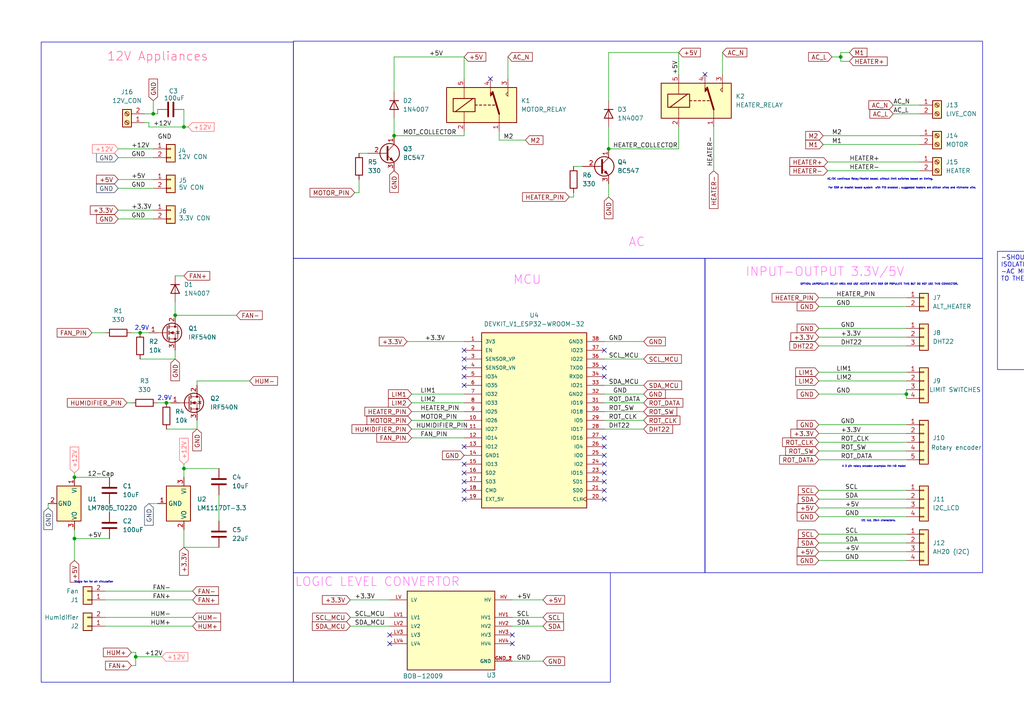
<source format=kicad_sch>
(kicad_sch (version 20231120) (generator "eeschema") (generator_version "8.0")
  (paper "A4")
  (title_block (date "2024-07-03"))
  (lib_symbols
    (symbol "BOB-12009:BOB-12009" (pin_names (offset 1.016))
      (property "Reference" "U" (at -12.7 11.43 0))
      (property "Value" "BOB-12009" (at -12.7 -15.24 0))
      (symbol "BOB-12009_0_0"
        (pin power_in line (at 17.78 -10.16 180) (length 5.08) (name "GND") (number "GND_1"))
        (pin power_in line (at 17.78 -10.16 180) (length 5.08) (name "GND") (number "GND_2"))
        (pin bidirectional line (at 17.78 7.62 180) (length 5.08) (name "HV") (number "HV"))
        (pin bidirectional line (at 17.78 2.54 180) (length 5.08) (name "HV1") (number "HV1"))
        (pin bidirectional line (at 17.78 0 180) (length 5.08) (name "HV2") (number "HV2"))
        (pin bidirectional line (at 17.78 -2.54 180) (length 5.08) (name "HV3") (number "HV3"))
        (pin bidirectional line (at 17.78 -5.08 180) (length 5.08) (name "HV4") (number "HV4"))
        (pin bidirectional line (at -17.78 7.62 0) (length 5.08) (name "LV") (number "LV"))
        (pin bidirectional line (at -17.78 2.54 0) (length 5.08) (name "LV1") (number "LV1"))
        (pin bidirectional line (at -17.78 0 0) (length 5.08) (name "LV2") (number "LV2"))
        (pin bidirectional line (at -17.78 -2.54 0) (length 5.08) (name "LV3") (number "LV3"))
        (pin bidirectional line (at -17.78 -5.08 0) (length 5.08) (name "LV4") (number "LV4"))
      )
    )
    (symbol "Connector:Screw_Terminal_01x02" (pin_names (offset 1.016) hide)
      (property "Reference" "J" (at 0 2.54 0))
      (property "Value" "Screw_Terminal_01x02" (at 0 -5.08 0))
      (symbol "Screw_Terminal_01x02_1_1"
        (pin passive line (at -5.08 0 0) (length 3.81) (name "Pin_1") (number "1"))
        (pin passive line (at -5.08 -2.54 0) (length 3.81) (name "Pin_2") (number "2"))
      )
    )
    (symbol "Connector_Generic:Conn_01x02" (pin_names (offset 1.016) hide)
      (property "Reference" "J" (at 0 2.54 0))
      (property "Value" "Conn_01x02" (at 0 -5.08 0))
      (symbol "Conn_01x02_1_1"
        (pin passive line (at -5.08 0 0) (length 3.81) (name "Pin_1") (number "1"))
        (pin passive line (at -5.08 -2.54 0) (length 3.81) (name "Pin_2") (number "2"))
      )
    )
    (symbol "Connector_Generic:Conn_01x03" (pin_names (offset 1.016) hide)
      (property "Reference" "J" (at 0 5.08 0))
      (property "Value" "Conn_01x03" (at 0 -5.08 0))
      (symbol "Conn_01x03_1_1"
        (pin passive line (at -5.08 2.54 0) (length 3.81) (name "Pin_1") (number "1"))
        (pin passive line (at -5.08 0 0) (length 3.81) (name "Pin_2") (number "2"))
        (pin passive line (at -5.08 -2.54 0) (length 3.81) (name "Pin_3") (number "3"))
      )
    )
    (symbol "Connector_Generic:Conn_01x04" (pin_names (offset 1.016) hide)
      (property "Reference" "J" (at 0 5.08 0))
      (property "Value" "Conn_01x04" (at 0 -7.62 0))
      (symbol "Conn_01x04_1_1"
        (pin passive line (at -5.08 2.54 0) (length 3.81) (name "Pin_1") (number "1"))
        (pin passive line (at -5.08 0 0) (length 3.81) (name "Pin_2") (number "2"))
        (pin passive line (at -5.08 -2.54 0) (length 3.81) (name "Pin_3") (number "3"))
        (pin passive line (at -5.08 -5.08 0) (length 3.81) (name "Pin_4") (number "4"))
      )
    )
    (symbol "Connector_Generic:Conn_01x05" (pin_names (offset 1.016) hide)
      (property "Reference" "J8" (at 2.54 1.2701 0))
      (property "Value" "Conn_01x05" (at 2.54 -1.2699 0))
      (symbol "Conn_01x05_1_1"
        (pin passive line (at -5.08 5.08 0) (length 3.81) (name "Pin_1") (number "1"))
        (pin passive line (at -5.08 2.54 0) (length 3.81) (name "Pin_2") (number "2"))
        (pin passive line (at -5.08 0 0) (length 3.81) (name "Pin_3") (number "3"))
        (pin passive line (at -5.08 -2.54 0) (length 3.81) (name "Pin_4") (number "4"))
        (pin passive line (at -5.08 -5.08 0) (length 3.81) (name "Pin_5") (number "5"))
      )
    )
    (symbol "DEVKIT_V1_ESP32-WROOM-32:DEVKIT_V1_ESP32-WROOM-32" (pin_names (offset 1.016))
      (property "Reference" "U" (at -15.2572 26.0643 0))
      (property "Value" "DEVKIT_V1_ESP32-WROOM-32" (at -15.2563 -27.9698 0))
      (symbol "DEVKIT_V1_ESP32-WROOM-32_0_0"
        (pin power_in line (at -20.32 22.86 0) (length 5.08) (name "3V3") (number "1"))
        (pin bidirectional line (at -20.32 0 0) (length 5.08) (name "IO26") (number "10"))
        (pin bidirectional line (at -20.32 -2.54 0) (length 5.08) (name "IO27") (number "11"))
        (pin bidirectional line (at -20.32 -5.08 0) (length 5.08) (name "IO14") (number "12"))
        (pin bidirectional line (at -20.32 -7.62 0) (length 5.08) (name "IO12") (number "13"))
        (pin power_in line (at -20.32 -10.16 0) (length 5.08) (name "GND1") (number "14"))
        (pin bidirectional line (at -20.32 -12.7 0) (length 5.08) (name "IO13") (number "15"))
        (pin bidirectional line (at -20.32 -15.24 0) (length 5.08) (name "SD2") (number "16"))
        (pin bidirectional line (at -20.32 -17.78 0) (length 5.08) (name "SD3") (number "17"))
        (pin bidirectional line (at -20.32 -20.32 0) (length 5.08) (name "CMD") (number "18"))
        (pin power_in line (at -20.32 -22.86 0) (length 5.08) (name "EXT_5V") (number "19"))
        (pin input line (at -20.32 20.32 0) (length 5.08) (name "EN") (number "2"))
        (pin input clock (at 20.32 -22.86 180) (length 5.08) (name "CLK") (number "20"))
        (pin bidirectional line (at 20.32 -20.32 180) (length 5.08) (name "SD0") (number "21"))
        (pin bidirectional line (at 20.32 -17.78 180) (length 5.08) (name "SD1") (number "22"))
        (pin bidirectional line (at 20.32 -15.24 180) (length 5.08) (name "IO15") (number "23"))
        (pin bidirectional line (at 20.32 -12.7 180) (length 5.08) (name "IO2") (number "24"))
        (pin bidirectional line (at 20.32 -10.16 180) (length 5.08) (name "IO0") (number "25"))
        (pin bidirectional line (at 20.32 -7.62 180) (length 5.08) (name "IO4") (number "26"))
        (pin bidirectional line (at 20.32 -5.08 180) (length 5.08) (name "IO16") (number "27"))
        (pin bidirectional line (at 20.32 -2.54 180) (length 5.08) (name "IO17") (number "28"))
        (pin bidirectional line (at 20.32 0 180) (length 5.08) (name "IO5") (number "29"))
        (pin input line (at -20.32 17.78 0) (length 5.08) (name "SENSOR_VP") (number "3"))
        (pin bidirectional line (at 20.32 2.54 180) (length 5.08) (name "IO18") (number "30"))
        (pin bidirectional line (at 20.32 5.08 180) (length 5.08) (name "IO19") (number "31"))
        (pin power_in line (at 20.32 7.62 180) (length 5.08) (name "GND2") (number "32"))
        (pin bidirectional line (at 20.32 10.16 180) (length 5.08) (name "IO21") (number "33"))
        (pin input line (at 20.32 12.7 180) (length 5.08) (name "RXD0") (number "34"))
        (pin output line (at 20.32 15.24 180) (length 5.08) (name "TXD0") (number "35"))
        (pin bidirectional line (at 20.32 17.78 180) (length 5.08) (name "IO22") (number "36"))
        (pin bidirectional line (at 20.32 20.32 180) (length 5.08) (name "IO23") (number "37"))
        (pin power_in line (at 20.32 22.86 180) (length 5.08) (name "GND3") (number "38"))
        (pin input line (at -20.32 15.24 0) (length 5.08) (name "SENSOR_VN") (number "4"))
        (pin bidirectional line (at -20.32 12.7 0) (length 5.08) (name "IO34") (number "5"))
        (pin bidirectional line (at -20.32 10.16 0) (length 5.08) (name "IO35") (number "6"))
        (pin bidirectional line (at -20.32 7.62 0) (length 5.08) (name "IO32") (number "7"))
        (pin bidirectional line (at -20.32 5.08 0) (length 5.08) (name "IO33") (number "8"))
        (pin bidirectional line (at -20.32 2.54 0) (length 5.08) (name "IO25") (number "9"))
      )
    )
    (symbol "Device:C" (pin_numbers hide) (pin_names (offset 0.254))
      (property "Reference" "C" (at 0.635 2.54 0))
      (property "Value" "C" (at 0.635 -2.54 0))
      (symbol "C_1_1"
        (pin passive line (at 0 3.81 270) (length 2.794) (name "~") (number "1"))
        (pin passive line (at 0 -3.81 90) (length 2.794) (name "~") (number "2"))
      )
    )
    (symbol "Device:R" (pin_numbers hide) (pin_names (offset 0))
      (property "Reference" "R" (at 2.032 0 90))
      (property "Value" "R" (at 0 0 90))
      (symbol "R_1_1"
        (pin passive line (at 0 3.81 270) (length 1.27) (name "~") (number "1"))
        (pin passive line (at 0 -3.81 90) (length 1.27) (name "~") (number "2"))
      )
    )
    (symbol "Diode:1N4007" (pin_numbers hide) (pin_names hide)
      (property "Reference" "D" (at 0 2.54 0))
      (property "Value" "1N4007" (at 0 -2.54 0))
      (symbol "1N4007_1_1"
        (pin passive line (at -3.81 0 0) (length 2.54) (name "K") (number "1"))
        (pin passive line (at 3.81 0 180) (length 2.54) (name "A") (number "2"))
      )
    )
    (symbol "Regulator_Linear:LM1117DT-3.3"
      (property "Reference" "U" (at -3.81 3.175 0))
      (property "Value" "LM1117DT-3.3" (at 0 3.175 0))
      (symbol "LM1117DT-3.3_1_1"
        (pin power_in line (at 0 -7.62 90) (length 2.54) (name "GND") (number "1"))
        (pin power_out line (at 7.62 0 180) (length 2.54) (name "VO") (number "2"))
        (pin power_in line (at -7.62 0 0) (length 2.54) (name "VI") (number "3"))
      )
    )
    (symbol "Regulator_Linear:LM7805_TO220" (pin_names (offset 0.254))
      (property "Reference" "U" (at -3.81 3.175 0))
      (property "Value" "LM7805_TO220" (at 0 3.175 0))
      (symbol "LM7805_TO220_1_1"
        (pin power_in line (at -7.62 0 0) (length 2.54) (name "VI") (number "1"))
        (pin power_in line (at 0 -7.62 90) (length 2.54) (name "GND") (number "2"))
        (pin power_out line (at 7.62 0 180) (length 2.54) (name "VO") (number "3"))
      )
    )
    (symbol "Relay:SANYOU_SRD_Form_C"
      (property "Reference" "K" (at 11.43 3.81 0))
      (property "Value" "SANYOU_SRD_Form_C" (at 11.43 1.27 0))
      (symbol "SANYOU_SRD_Form_C_1_1"
        (pin passive line (at 5.08 -7.62 90) (length 2.54) (name "~") (number "1"))
        (pin passive line (at -5.08 -7.62 90) (length 2.54) (name "~") (number "2"))
        (pin passive line (at 7.62 7.62 270) (length 2.54) (name "~") (number "3"))
        (pin passive line (at 2.54 7.62 270) (length 2.54) (name "~") (number "4"))
        (pin passive line (at -5.08 7.62 270) (length 2.54) (name "~") (number "5"))
      )
    )
    (symbol "Transistor_BJT:BC547" (pin_names (offset 0) hide)
      (property "Reference" "Q" (at 5.08 1.905 0))
      (property "Value" "BC547" (at 5.08 0 0))
      (symbol "BC547_1_1"
        (pin passive line (at 2.54 5.08 270) (length 2.54) (name "C") (number "1"))
        (pin input line (at -5.08 0 0) (length 5.08) (name "B") (number "2"))
        (pin passive line (at 2.54 -5.08 90) (length 2.54) (name "E") (number "3"))
      )
    )
    (symbol "Transistor_FET:IRF540N" (pin_names hide)
      (property "Reference" "Q" (at 5.08 1.905 0))
      (property "Value" "IRF540N" (at 5.08 0 0))
      (symbol "IRF540N_1_1"
        (pin input line (at -5.08 0 0) (length 2.54) (name "G") (number "1"))
        (pin passive line (at 2.54 5.08 270) (length 2.54) (name "D") (number "2"))
        (pin passive line (at 2.54 -5.08 90) (length 2.54) (name "S") (number "3"))
      )
    )
  )
  (junction (at 39.37 190.5))
  (junction (at 53.34 36.83))
  (junction (at 53.34 135.89))
  (junction (at 50.8 91.44))
  (junction (at 21.59 156.21))
  (junction (at 21.59 138.43))
  (junction (at 176.53 43.18))
  (junction (at 262.89 114.3))
  (junction (at 114.3 39.37))
  (junction (at 40.64 96.52))
  (junction (at 48.26 116.84))
  (junction (at 243.84 16.51))
  (junction (at 44.45 33.02))
  (no_connect (at 134.62 109.22))
  (no_connect (at 175.26 101.6))
  (no_connect (at 175.26 134.62))
  (no_connect (at 142.24 22.86))
  (no_connect (at 134.62 144.78))
  (no_connect (at 134.62 142.24))
  (no_connect (at 175.26 144.78))
  (no_connect (at 148.59 184.15))
  (no_connect (at 175.26 106.68))
  (no_connect (at 175.26 137.16))
  (no_connect (at 113.03 186.69))
  (no_connect (at 175.26 127))
  (no_connect (at 148.59 186.69))
  (no_connect (at 175.26 129.54))
  (no_connect (at 134.62 111.76))
  (no_connect (at 134.62 137.16))
  (no_connect (at 175.26 132.08))
  (no_connect (at 134.62 104.14))
  (no_connect (at 175.26 139.7))
  (no_connect (at 113.03 184.15))
  (no_connect (at 134.62 129.54))
  (no_connect (at 175.26 109.22))
  (no_connect (at 204.47 21.59))
  (no_connect (at 134.62 134.62))
  (no_connect (at 175.26 142.24))
  (no_connect (at 134.62 139.7))
  (no_connect (at 134.62 101.6))
  (no_connect (at 134.62 106.68))
  (wire (pts (xy 238.76 39.37) (xy 266.7 39.37)))
  (wire (pts (xy 53.34 31.75) (xy 53.34 36.83)))
  (wire (pts (xy 40.64 96.52) (xy 43.18 96.52)))
  (wire (pts (xy 237.49 142.24) (xy 262.89 142.24)))
  (wire (pts (xy 166.37 57.15) (xy 165.1 57.15)))
  (wire (pts (xy 237.49 133.35) (xy 262.89 133.35)))
  (wire (pts (xy 119.38 124.46) (xy 134.62 124.46)))
  (wire (pts (xy 240.03 49.53) (xy 266.7 49.53)))
  (wire (pts (xy 157.48 181.61) (xy 148.59 181.61)))
  (wire (pts (xy 38.1 189.23) (xy 39.37 189.23)))
  (wire (pts (xy 72.39 110.49) (xy 57.15 110.49)))
  (wire (pts (xy 237.49 95.25) (xy 262.89 95.25)))
  (wire (pts (xy 157.48 173.99) (xy 148.59 173.99)))
  (wire (pts (xy 101.6 179.07) (xy 113.03 179.07)))
  (wire (pts (xy 237.49 157.48) (xy 262.89 157.48)))
  (wire (pts (xy 196.85 43.18) (xy 176.53 43.18)))
  (wire (pts (xy 237.49 128.27) (xy 262.89 128.27)))
  (wire (pts (xy 186.69 121.92) (xy 175.26 121.92)))
  (wire (pts (xy 40.64 104.14) (xy 50.8 104.14)))
  (wire (pts (xy 34.29 43.18) (xy 44.45 43.18)))
  (wire (pts (xy 45.72 33.02) (xy 44.45 33.02)))
  (wire (pts (xy 119.38 121.92) (xy 134.62 121.92)))
  (wire (pts (xy 53.34 135.89) (xy 53.34 138.43)))
  (wire (pts (xy 209.55 15.24) (xy 209.55 21.59)))
  (wire (pts (xy 237.49 107.95) (xy 262.89 107.95)))
  (wire (pts (xy 44.45 29.21) (xy 44.45 33.02)))
  (wire (pts (xy 237.49 125.73) (xy 262.89 125.73)))
  (wire (pts (xy 53.34 153.67) (xy 53.34 158.75)))
  (wire (pts (xy 39.37 193.04) (xy 39.37 190.5)))
  (wire (pts (xy 246.38 17.78) (xy 243.84 17.78)))
  (wire (pts (xy 34.29 63.5) (xy 44.45 63.5)))
  (wire (pts (xy 176.53 36.83) (xy 176.53 43.18)))
  (wire (pts (xy 50.8 91.44) (xy 68.58 91.44)))
  (wire (pts (xy 39.37 190.5) (xy 46.99 190.5)))
  (wire (pts (xy 114.3 39.37) (xy 134.62 39.37)))
  (wire (pts (xy 186.69 124.46) (xy 175.26 124.46)))
  (wire (pts (xy 118.11 99.06) (xy 134.62 99.06)))
  (wire (pts (xy 104.14 55.88) (xy 104.14 52.07)))
  (wire (pts (xy 241.3 16.51) (xy 243.84 16.51)))
  (wire (pts (xy 53.34 36.83) (xy 54.61 36.83)))
  (wire (pts (xy 186.69 111.76) (xy 175.26 111.76)))
  (wire (pts (xy 237.49 147.32) (xy 262.89 147.32)))
  (wire (pts (xy 237.49 160.02) (xy 262.89 160.02)))
  (wire (pts (xy 259.08 30.48) (xy 266.7 30.48)))
  (wire (pts (xy 34.29 45.72) (xy 44.45 45.72)))
  (wire (pts (xy 57.15 124.46) (xy 57.15 121.92)))
  (wire (pts (xy 237.49 130.81) (xy 262.89 130.81)))
  (wire (pts (xy 157.48 179.07) (xy 148.59 179.07)))
  (wire (pts (xy 259.08 33.02) (xy 266.7 33.02)))
  (wire (pts (xy 237.49 100.33) (xy 262.89 100.33)))
  (wire (pts (xy 152.4 40.64) (xy 144.78 40.64)))
  (wire (pts (xy 144.78 40.64) (xy 144.78 38.1)))
  (wire (pts (xy 38.1 193.04) (xy 39.37 193.04)))
  (wire (pts (xy 243.84 15.24) (xy 246.38 15.24)))
  (wire (pts (xy 34.29 54.61) (xy 44.45 54.61)))
  (wire (pts (xy 31.75 146.05) (xy 31.75 148.59)))
  (wire (pts (xy 119.38 119.38) (xy 134.62 119.38)))
  (wire (pts (xy 186.69 104.14) (xy 175.26 104.14)))
  (wire (pts (xy 48.26 124.46) (xy 57.15 124.46)))
  (wire (pts (xy 114.3 16.51) (xy 134.62 16.51)))
  (wire (pts (xy 237.49 97.79) (xy 262.89 97.79)))
  (wire (pts (xy 57.15 110.49) (xy 57.15 111.76)))
  (wire (pts (xy 45.72 146.05) (xy 43.18 146.05)))
  (wire (pts (xy 55.88 171.45) (xy 30.48 171.45)))
  (wire (pts (xy 50.8 80.01) (xy 53.34 80.01)))
  (wire (pts (xy 45.72 116.84) (xy 48.26 116.84)))
  (wire (pts (xy 157.48 191.77) (xy 148.59 191.77)))
  (wire (pts (xy 104.14 55.88) (xy 102.87 55.88)))
  (wire (pts (xy 21.59 138.43) (xy 31.75 138.43)))
  (wire (pts (xy 55.88 181.61) (xy 30.48 181.61)))
  (wire (pts (xy 43.18 35.56) (xy 41.91 35.56)))
  (wire (pts (xy 55.88 173.99) (xy 30.48 173.99)))
  (wire (pts (xy 34.29 60.96) (xy 44.45 60.96)))
  (wire (pts (xy 237.49 154.94) (xy 262.89 154.94)))
  (wire (pts (xy 13.97 146.05) (xy 13.97 147.32)))
  (wire (pts (xy 176.53 15.24) (xy 176.53 29.21)))
  (wire (pts (xy 119.38 116.84) (xy 134.62 116.84)))
  (wire (pts (xy 262.89 114.3) (xy 262.89 115.57)))
  (wire (pts (xy 237.49 149.86) (xy 262.89 149.86)))
  (wire (pts (xy 114.3 26.67) (xy 114.3 16.51)))
  (wire (pts (xy 21.59 156.21) (xy 21.59 153.67)))
  (wire (pts (xy 101.6 181.61) (xy 113.03 181.61)))
  (wire (pts (xy 26.67 96.52) (xy 30.48 96.52)))
  (wire (pts (xy 134.62 16.51) (xy 134.62 22.86)))
  (wire (pts (xy 63.5 143.51) (xy 63.5 151.13)))
  (wire (pts (xy 186.69 99.06) (xy 175.26 99.06)))
  (wire (pts (xy 237.49 110.49) (xy 262.89 110.49)))
  (wire (pts (xy 176.53 15.24) (xy 196.85 15.24)))
  (wire (pts (xy 53.34 135.89) (xy 63.5 135.89)))
  (wire (pts (xy 119.38 114.3) (xy 134.62 114.3)))
  (wire (pts (xy 104.14 44.45) (xy 106.68 44.45)))
  (wire (pts (xy 48.26 116.84) (xy 49.53 116.84)))
  (wire (pts (xy 44.45 33.02) (xy 41.91 33.02)))
  (wire (pts (xy 53.34 158.75) (xy 63.5 158.75)))
  (wire (pts (xy 21.59 156.21) (xy 31.75 156.21)))
  (wire (pts (xy 196.85 36.83) (xy 196.85 43.18)))
  (wire (pts (xy 237.49 114.3) (xy 262.89 114.3)))
  (wire (pts (xy 186.69 116.84) (xy 175.26 116.84)))
  (wire (pts (xy 176.53 57.15) (xy 176.53 53.34)))
  (wire (pts (xy 45.72 31.75) (xy 45.72 33.02)))
  (wire (pts (xy 50.8 104.14) (xy 50.8 101.6)))
  (wire (pts (xy 101.6 173.99) (xy 113.03 173.99)))
  (wire (pts (xy 238.76 41.91) (xy 266.7 41.91)))
  (wire (pts (xy 34.29 52.07) (xy 44.45 52.07)))
  (wire (pts (xy 21.59 162.56) (xy 21.59 156.21)))
  (wire (pts (xy 55.88 179.07) (xy 30.48 179.07)))
  (wire (pts (xy 119.38 127) (xy 134.62 127)))
  (wire (pts (xy 237.49 123.19) (xy 262.89 123.19)))
  (wire (pts (xy 166.37 57.15) (xy 166.37 55.88)))
  (wire (pts (xy 53.34 134.62) (xy 53.34 135.89)))
  (wire (pts (xy 36.83 116.84) (xy 38.1 116.84)))
  (wire (pts (xy 240.03 46.99) (xy 266.7 46.99)))
  (wire (pts (xy 114.3 34.29) (xy 114.3 39.37)))
  (wire (pts (xy 50.8 87.63) (xy 50.8 91.44)))
  (wire (pts (xy 243.84 16.51) (xy 243.84 15.24)))
  (wire (pts (xy 166.37 48.26) (xy 168.91 48.26)))
  (wire (pts (xy 196.85 15.24) (xy 196.85 21.59)))
  (wire (pts (xy 243.84 17.78) (xy 243.84 16.51)))
  (wire (pts (xy 237.49 162.56) (xy 262.89 162.56)))
  (wire (pts (xy 207.01 49.53) (xy 207.01 36.83)))
  (wire (pts (xy 237.49 86.36) (xy 262.89 86.36)))
  (wire (pts (xy 262.89 114.3) (xy 262.89 113.03)))
  (wire (pts (xy 186.69 119.38) (xy 175.26 119.38)))
  (wire (pts (xy 39.37 189.23) (xy 39.37 190.5)))
  (wire (pts (xy 38.1 96.52) (xy 40.64 96.52)))
  (wire (pts (xy 43.18 36.83) (xy 53.34 36.83)))
  (wire (pts (xy 186.69 114.3) (xy 175.26 114.3)))
  (wire (pts (xy 237.49 144.78) (xy 262.89 144.78)))
  (wire (pts (xy 134.62 39.37) (xy 134.62 38.1)))
  (wire (pts (xy 237.49 88.9) (xy 262.89 88.9)))
  (wire (pts (xy 147.32 16.51) (xy 147.32 22.86)))
  (wire (pts (xy 43.18 36.83) (xy 43.18 35.56)))
  (wire (pts (xy 21.59 137.16) (xy 21.59 138.43)))
  (rectangle (start 11.938 12.192) (end 85.09 197.866))
  (rectangle (start 204.47 74.93) (end 284.988 166.116))
  (rectangle (start 85.09 74.93) (end 204.47 166.116))
  (rectangle (start 85.09 166.116) (end 177.038 197.866))
  (rectangle (start 85.09 11.938) (end 284.988 74.93))
  (text_box "-SHOULD NOT FORGET TO CREATE GALVANIC ISOLATION IN AC  IF INCASE USED\n-AC MUST BE WIRED IN MANUALLY WITHIN THE BOX TO THE CONNECTOR. \n" (at 289.306 72.898 0) (size 53.34 34.29) (effects (font (size 1.27 1.27)) (justify left top)))
  (text "I2C lcd, 20x4 characters." (at 254.762 151.13 0) (effects (font (size 0.508 0.508))))
  (text "AC/DC continous Relay/Mosfet based, without limit switches based on timing." (at 255.27 52.07 0) (effects (font (size 0.508 0.508))))
  (text "MCU\n" (at 152.908 81.28 0) (effects (font (size 2.54 2.54))))
  (text "For SSR or mosfet based system  with PID enabled . suggested heaters are silicon wires and nichrome wire. \n" (at 261.874 54.61 0) (effects (font (size 0.508 0.508))))
  (text "OPTION: UNPOPULATE RELAY AREA AND USE HEATER WITH SSR OR POPULATE THIS BUT DO NOT USE THIS CONNECTOR." (at 255.016 82.55 0) (effects (font (size 0.508 0.508))))
  (text "INPUT-OUTPUT 3.3V/5V" (at 239.268 78.994 0) (effects (font (size 2.54 2.54))))
  (text "AC " (at 185.674 70.358 0) (effects (font (size 2.54 2.54))))
  (text "12V Appliances\n" (at 45.72 16.51 0) (effects (font (size 2.54 2.54))))
  (text "2.9V\n" (at 47.752 115.57 0) (effects (font (size 1.27 1.27))))
  (text "LOGIC LEVEL CONVERTOR\n" (at 109.474 168.91 0) (effects (font (size 2.54 2.54))))
  (text "A 3 pin rotary encoder example: HW-40 model\n" (at 253.492 135.382 0) (effects (font (size 0.508 0.508))))
  (text "2.9V\n" (at 41.148 95.25 0) (effects (font (size 1.27 1.27))))
  (text "Single fan for air circulation" (at 27.178 168.91 0) (effects (font (size 0.508 0.508))))
  (label "HEATER_COLLECTOR" (at 177.8 43.18 0))
  (label "SDA" (at 245.11 157.48 0))
  (label "HUMIDIFIER_PIN" (at 120.65 124.46 0))
  (label "GND" (at 38.1 63.5 0))
  (label "LIM2" (at 242.57 110.49 0))
  (label "ROT_CLK" (at 243.84 128.27 0))
  (label "HEATER-" (at 207.01 48.26 90))
  (label "GND" (at 243.84 123.19 0))
  (label "LIM2" (at 121.92 116.84 0))
  (label "SCL" (at 245.11 154.94 0))
  (label "ROT_DATA" (at 243.84 133.35 0))
  (label "GND" (at 245.11 162.56 0))
  (label "M1" (at 241.3 41.91 0))
  (label "SCL_MCU" (at 176.53 104.14 0))
  (label "SDA" (at 245.11 144.78 0))
  (label "M2" (at 146.05 40.64 0))
  (label "+12V" (at 41.91 190.5 0))
  (label "GND" (at 38.1 54.61 0))
  (label "GND" (at 45.72 40.64 0))
  (label "GND" (at 149.86 191.77 0))
  (label "GND" (at 243.84 95.25 0))
  (label "ROT_CLK" (at 176.53 121.92 0))
  (label "SCL" (at 149.86 179.07 0))
  (label "+5V" (at 124.46 16.51 0))
  (label "+5V" (at 245.11 147.32 0))
  (label "ROT_DATA" (at 176.53 116.84 0))
  (label "HEATER-" (at 246.38 49.53 0))
  (label "AC_N" (at 259.08 30.48 0))
  (label "DHT22" (at 176.53 124.46 0))
  (label "GND" (at 177.8 114.3 0))
  (label "GND" (at 242.57 114.3 0))
  (label "FAN_PIN" (at 121.92 127 0))
  (label "LIM1" (at 121.92 114.3 0))
  (label "SDA" (at 149.86 181.61 0))
  (label "+5V" (at 196.85 21.59 90))
  (label "+5V" (at 149.86 173.99 0))
  (label "FAN-" (at 49.53 171.45 180))
  (label "+5V" (at 245.11 160.02 0))
  (label "DHT22" (at 243.84 100.33 0))
  (label "HUM+" (at 49.53 181.61 180))
  (label "+5V" (at 25.4 156.21 0))
  (label "SCL" (at 245.11 142.24 0))
  (label "ROT_SW" (at 243.84 130.81 0))
  (label "+3.3V" (at 123.19 99.06 0))
  (label "GND" (at 38.1 45.72 0))
  (label "LIM1" (at 242.57 107.95 0))
  (label "ROT_SW" (at 176.53 119.38 0))
  (label "HEATER_PIN" (at 121.92 119.38 0))
  (label "GND" (at 176.53 99.06 0))
  (label "+3.3V" (at 243.84 125.73 0))
  (label "GND" (at 245.11 149.86 0))
  (label "+5V" (at 38.1 52.07 0))
  (label "SDA_MCU" (at 176.53 111.76 0))
  (label "AC_L" (at 259.08 33.02 0))
  (label "+3.3V" (at 38.1 60.96 0))
  (label "GND" (at 242.57 88.9 0))
  (label "SCL_MCU" (at 102.87 179.07 0))
  (label "HEATER_PIN" (at 242.57 86.36 0))
  (label "MOT_COLLECTOR" (at 116.84 39.37 0))
  (label "+12V" (at 38.1 43.18 0))
  (label "MOTOR_PIN" (at 121.92 121.92 0))
  (label "FAN+" (at 49.53 173.99 180))
  (label "12-Cap" (at 25.4 138.43 0))
  (label "+3.3V" (at 243.84 97.79 0))
  (label "HUM-" (at 49.53 179.07 180))
  (label "+12V" (at 44.45 36.83 0))
  (label "+3.3V" (at 102.87 173.99 0))
  (label "SDA_MCU" (at 102.87 181.61 0))
  (label "M2" (at 241.3 39.37 0))
  (label "HEATER+" (at 246.38 46.99 0))
  (global_label "ROT_SW" (shape input) (at 237.49 130.81 180) (property "Intersheetrefs" "${INTERSHEET_REFS}" (effects (hide yes))))
  (global_label "GND" (shape input) (at 176.53 57.15 270) (property "Intersheetrefs" "${INTERSHEET_REFS}" (effects (hide yes))))
  (global_label "GND" (shape input) (at 34.29 63.5 180) (property "Intersheetrefs" "${INTERSHEET_REFS}" (effects (hide yes))))
  (global_label "HUM+" (shape input) (at 55.88 181.61 0) (property "Intersheetrefs" "${INTERSHEET_REFS}" (effects (hide yes))))
  (global_label "FAN_PIN" (shape input) (at 119.38 127 180) (property "Intersheetrefs" "${INTERSHEET_REFS}" (effects (hide yes))))
  (global_label "HEATER-" (shape input) (at 207.01 49.53 270) (property "Intersheetrefs" "${INTERSHEET_REFS}" (effects (hide yes))))
  (global_label "GND" (shape input) (at 186.69 99.06 0) (property "Intersheetrefs" "${INTERSHEET_REFS}" (effects (hide yes))))
  (global_label "SCL" (shape input) (at 237.49 154.94 180) (property "Intersheetrefs" "${INTERSHEET_REFS}" (effects (hide yes))))
  (global_label "M1" (shape input) (at 246.38 15.24 0) (property "Intersheetrefs" "${INTERSHEET_REFS}" (effects (hide yes))))
  (global_label "+5V" (shape input) (at 34.29 52.07 180) (property "Intersheetrefs" "${INTERSHEET_REFS}" (effects (hide yes))))
  (global_label "GND" (shape input) (at 157.48 191.77 0) (property "Intersheetrefs" "${INTERSHEET_REFS}" (effects (hide yes))))
  (global_label "AC_N" (shape input) (at 259.08 30.48 180) (property "Intersheetrefs" "${INTERSHEET_REFS}" (effects (hide yes))))
  (global_label "AC_N" (shape input) (at 147.32 16.51 0) (property "Intersheetrefs" "${INTERSHEET_REFS}" (effects (hide yes))))
  (global_label "DHT22" (shape input) (at 237.49 100.33 180) (property "Intersheetrefs" "${INTERSHEET_REFS}" (effects (hide yes))))
  (global_label "AC_L" (shape input) (at 259.08 33.02 180) (property "Intersheetrefs" "${INTERSHEET_REFS}" (effects (hide yes))))
  (global_label "FAN_PIN" (shape input) (at 26.67 96.52 180) (property "Intersheetrefs" "${INTERSHEET_REFS}" (effects (hide yes))))
  (global_label "LIM1" (shape input) (at 237.49 107.95 180) (property "Intersheetrefs" "${INTERSHEET_REFS}" (effects (hide yes))))
  (global_label "+3.3V" (shape input) (at 53.34 158.75 270) (property "Intersheetrefs" "${INTERSHEET_REFS}" (effects (hide yes))))
  (global_label "+12V" (shape input) (at 46.99 190.5 0) (property "Intersheetrefs" "${INTERSHEET_REFS}" (effects (hide yes))))
  (global_label "M2" (shape input) (at 152.4 40.64 0) (property "Intersheetrefs" "${INTERSHEET_REFS}" (effects (hide yes))))
  (global_label "GND" (shape input) (at 237.49 114.3 180) (property "Intersheetrefs" "${INTERSHEET_REFS}" (effects (hide yes))))
  (global_label "HUMIDIFIER_PIN" (shape input) (at 119.38 124.46 180) (property "Intersheetrefs" "${INTERSHEET_REFS}" (effects (hide yes))))
  (global_label "LIM1" (shape input) (at 119.38 114.3 180) (property "Intersheetrefs" "${INTERSHEET_REFS}" (effects (hide yes))))
  (global_label "+3.3V" (shape input) (at 237.49 97.79 180) (property "Intersheetrefs" "${INTERSHEET_REFS}" (effects (hide yes))))
  (global_label "FAN+" (shape input) (at 38.1 193.04 180) (property "Intersheetrefs" "${INTERSHEET_REFS}" (effects (hide yes))))
  (global_label "ROT_SW" (shape input) (at 186.69 119.38 0) (property "Intersheetrefs" "${INTERSHEET_REFS}" (effects (hide yes))))
  (global_label "FAN+" (shape input) (at 55.88 173.99 0) (property "Intersheetrefs" "${INTERSHEET_REFS}" (effects (hide yes))))
  (global_label "MOTOR_PIN" (shape input) (at 102.87 55.88 180) (property "Intersheetrefs" "${INTERSHEET_REFS}" (effects (hide yes))))
  (global_label "FAN-" (shape input) (at 68.58 91.44 0) (property "Intersheetrefs" "${INTERSHEET_REFS}" (effects (hide yes))))
  (global_label "GND" (shape input) (at 237.49 149.86 180) (property "Intersheetrefs" "${INTERSHEET_REFS}" (effects (hide yes))))
  (global_label "GND" (shape input) (at 13.97 147.32 270) (property "Intersheetrefs" "${INTERSHEET_REFS}" (effects (hide yes))))
  (global_label "HEATER+" (shape input) (at 246.38 17.78 0) (property "Intersheetrefs" "${INTERSHEET_REFS}" (effects (hide yes))))
  (global_label "+3.3V" (shape input) (at 237.49 125.73 180) (property "Intersheetrefs" "${INTERSHEET_REFS}" (effects (hide yes))))
  (global_label "SCL" (shape input) (at 157.48 179.07 0) (property "Intersheetrefs" "${INTERSHEET_REFS}" (effects (hide yes))))
  (global_label "GND" (shape input) (at 237.49 162.56 180) (property "Intersheetrefs" "${INTERSHEET_REFS}" (effects (hide yes))))
  (global_label "HEATER_PIN" (shape input) (at 237.49 86.36 180) (property "Intersheetrefs" "${INTERSHEET_REFS}" (effects (hide yes))))
  (global_label "HEATER_PIN" (shape input) (at 165.1 57.15 180) (property "Intersheetrefs" "${INTERSHEET_REFS}" (effects (hide yes))))
  (global_label "HUM-" (shape input) (at 55.88 179.07 0) (property "Intersheetrefs" "${INTERSHEET_REFS}" (effects (hide yes))))
  (global_label "ROT_CLK" (shape input) (at 237.49 128.27 180) (property "Intersheetrefs" "${INTERSHEET_REFS}" (effects (hide yes))))
  (global_label "GND" (shape input) (at 186.69 114.3 0) (property "Intersheetrefs" "${INTERSHEET_REFS}" (effects (hide yes))))
  (global_label "SCL" (shape input) (at 237.49 142.24 180) (property "Intersheetrefs" "${INTERSHEET_REFS}" (effects (hide yes))))
  (global_label "ROT_CLK" (shape input) (at 186.69 121.92 0) (property "Intersheetrefs" "${INTERSHEET_REFS}" (effects (hide yes))))
  (global_label "+5V" (shape input) (at 237.49 160.02 180) (property "Intersheetrefs" "${INTERSHEET_REFS}" (effects (hide yes))))
  (global_label "+5V" (shape input) (at 196.85 15.24 0) (property "Intersheetrefs" "${INTERSHEET_REFS}" (effects (hide yes))))
  (global_label "LIM2" (shape input) (at 119.38 116.84 180) (property "Intersheetrefs" "${INTERSHEET_REFS}" (effects (hide yes))))
  (global_label "ROT_DATA" (shape input) (at 186.69 116.84 0) (property "Intersheetrefs" "${INTERSHEET_REFS}" (effects (hide yes))))
  (global_label "+5V" (shape input) (at 134.62 16.51 0) (property "Intersheetrefs" "${INTERSHEET_REFS}" (effects (hide yes))))
  (global_label "GND" (shape input) (at 34.29 45.72 180) (property "Intersheetrefs" "${INTERSHEET_REFS}" (effects (hide yes))))
  (global_label "GND" (shape input) (at 50.8 104.14 270) (property "Intersheetrefs" "${INTERSHEET_REFS}" (effects (hide yes))))
  (global_label "M1" (shape input) (at 238.76 41.91 180) (property "Intersheetrefs" "${INTERSHEET_REFS}" (effects (hide yes))))
  (global_label "HUMIDIFIER_PIN" (shape input) (at 36.83 116.84 180) (property "Intersheetrefs" "${INTERSHEET_REFS}" (effects (hide yes))))
  (global_label "HUM+" (shape input) (at 38.1 189.23 180) (property "Intersheetrefs" "${INTERSHEET_REFS}" (effects (hide yes))))
  (global_label "+5V" (shape input) (at 237.49 147.32 180) (property "Intersheetrefs" "${INTERSHEET_REFS}" (effects (hide yes))))
  (global_label "SDA" (shape input) (at 237.49 157.48 180) (property "Intersheetrefs" "${INTERSHEET_REFS}" (effects (hide yes))))
  (global_label "SDA_MCU" (shape input) (at 186.69 111.76 0) (property "Intersheetrefs" "${INTERSHEET_REFS}" (effects (hide yes))))
  (global_label "GND" (shape input) (at 237.49 123.19 180) (property "Intersheetrefs" "${INTERSHEET_REFS}" (effects (hide yes))))
  (global_label "SDA" (shape input) (at 157.48 181.61 0) (property "Intersheetrefs" "${INTERSHEET_REFS}" (effects (hide yes))))
  (global_label "AC_L" (shape input) (at 241.3 16.51 180) (property "Intersheetrefs" "${INTERSHEET_REFS}" (effects (hide yes))))
  (global_label "GND" (shape input) (at 237.49 95.25 180) (property "Intersheetrefs" "${INTERSHEET_REFS}" (effects (hide yes))))
  (global_label "SCL_MCU" (shape input) (at 186.69 104.14 0) (property "Intersheetrefs" "${INTERSHEET_REFS}" (effects (hide yes))))
  (global_label "FAN-" (shape input) (at 55.88 171.45 0) (property "Intersheetrefs" "${INTERSHEET_REFS}" (effects (hide yes))))
  (global_label "GND" (shape input) (at 43.18 146.05 270) (property "Intersheetrefs" "${INTERSHEET_REFS}" (effects (hide yes))))
  (global_label "SDA_MCU" (shape input) (at 101.6 181.61 180) (property "Intersheetrefs" "${INTERSHEET_REFS}" (effects (hide yes))))
  (global_label "AC_N" (shape input) (at 209.55 15.24 0) (property "Intersheetrefs" "${INTERSHEET_REFS}" (effects (hide yes))))
  (global_label "DHT22" (shape input) (at 186.69 124.46 0) (property "Intersheetrefs" "${INTERSHEET_REFS}" (effects (hide yes))))
  (global_label "HEATER+" (shape input) (at 240.03 46.99 180) (property "Intersheetrefs" "${INTERSHEET_REFS}" (effects (hide yes))))
  (global_label "FAN+" (shape input) (at 53.34 80.01 0) (property "Intersheetrefs" "${INTERSHEET_REFS}" (effects (hide yes))))
  (global_label "M2" (shape input) (at 238.76 39.37 180) (property "Intersheetrefs" "${INTERSHEET_REFS}" (effects (hide yes))))
  (global_label "GND" (shape input) (at 57.15 124.46 270) (property "Intersheetrefs" "${INTERSHEET_REFS}" (effects (hide yes))))
  (global_label "GND" (shape input) (at 237.49 88.9 180) (property "Intersheetrefs" "${INTERSHEET_REFS}" (effects (hide yes))))
  (global_label "+5V" (shape input) (at 157.48 173.99 0) (property "Intersheetrefs" "${INTERSHEET_REFS}" (effects (hide yes))))
  (global_label "HEATER-" (shape input) (at 240.03 49.53 180) (property "Intersheetrefs" "${INTERSHEET_REFS}" (effects (hide yes))))
  (global_label "+12V" (shape input) (at 53.34 134.62 90) (property "Intersheetrefs" "${INTERSHEET_REFS}" (effects (hide yes))))
  (global_label "ROT_DATA" (shape input) (at 237.49 133.35 180) (property "Intersheetrefs" "${INTERSHEET_REFS}" (effects (hide yes))))
  (global_label "+3.3V" (shape input) (at 34.29 60.96 180) (property "Intersheetrefs" "${INTERSHEET_REFS}" (effects (hide yes))))
  (global_label "GND" (shape input) (at 134.62 132.08 180) (property "Intersheetrefs" "${INTERSHEET_REFS}" (effects (hide yes))))
  (global_label "SDA" (shape input) (at 237.49 144.78 180) (property "Intersheetrefs" "${INTERSHEET_REFS}" (effects (hide yes))))
  (global_label "LIM2" (shape input) (at 237.49 110.49 180) (property "Intersheetrefs" "${INTERSHEET_REFS}" (effects (hide yes))))
  (global_label "+12V" (shape input) (at 54.61 36.83 0) (property "Intersheetrefs" "${INTERSHEET_REFS}" (effects (hide yes))))
  (global_label "+12V" (shape input) (at 21.59 137.16 90) (property "Intersheetrefs" "${INTERSHEET_REFS}" (effects (hide yes))))
  (global_label "GND" (shape input) (at 34.29 54.61 180) (property "Intersheetrefs" "${INTERSHEET_REFS}" (effects (hide yes))))
  (global_label "GND" (shape input) (at 114.3 49.53 270) (property "Intersheetrefs" "${INTERSHEET_REFS}" (effects (hide yes))))
  (global_label "+12V" (shape input) (at 34.29 43.18 180) (property "Intersheetrefs" "${INTERSHEET_REFS}" (effects (hide yes))))
  (global_label "+3.3V" (shape input) (at 118.11 99.06 180) (property "Intersheetrefs" "${INTERSHEET_REFS}" (effects (hide yes))))
  (global_label "+5V" (shape input) (at 21.59 162.56 270) (property "Intersheetrefs" "${INTERSHEET_REFS}" (effects (hide yes))))
  (global_label "SCL_MCU" (shape input) (at 101.6 179.07 180) (property "Intersheetrefs" "${INTERSHEET_REFS}" (effects (hide yes))))
  (global_label "HUM-" (shape input) (at 72.39 110.49 0) (property "Intersheetrefs" "${INTERSHEET_REFS}" (effects (hide yes))))
  (global_label "GND" (shape input) (at 44.45 29.21 90) (property "Intersheetrefs" "${INTERSHEET_REFS}" (effects (hide yes))))
  (global_label "MOTOR_PIN" (shape input) (at 119.38 121.92 180) (property "Intersheetrefs" "${INTERSHEET_REFS}" (effects (hide yes))))
  (global_label "HEATER_PIN" (shape input) (at 119.38 119.38 180) (property "Intersheetrefs" "${INTERSHEET_REFS}" (effects (hide yes))))
  (global_label "+3.3V" (shape input) (at 101.6 173.99 180) (property "Intersheetrefs" "${INTERSHEET_REFS}" (effects (hide yes))))
  (symbol (lib_id "Device:R") (at 34.29 96.52 270) (unit 1)
    (property "Reference" "R1" (at 34.29 90.17 90))
    (property "Value" "330" (at 34.29 92.71 90))
    (property "Footprint" "Resistor_THT:R_Axial_DIN0204_L3.6mm_D1.6mm_P5.08mm_Horizontal" (effects (hide yes)))
    (property "Description" "Resistor" (effects (hide yes)))
  )
  (symbol (lib_id "Connector_Generic:Conn_01x02") (at 49.53 43.18 0) (unit 1)
    (property "Reference" "J4" (at 51.562 43.688 0) (effects (justify left)))
    (property "Value" "12V CON" (at 51.562 45.466 0) (effects (justify left)))
    (property "Footprint" "Connector_PinHeader_2.54mm:PinHeader_1x02_P2.54mm_Vertical" (effects (hide yes)))
    (property "Description" "Generic connector, single row, 01x02, script generated (kicad-library-utils/schlib/autogen/connector/)" (effects (hide yes)))
  )
  (symbol (lib_id "DEVKIT_V1_ESP32-WROOM-32:DEVKIT_V1_ESP32-WROOM-32") (at 154.94 121.92 0) (unit 1)
    (property "Reference" "U4" (at 154.94 91.44 0))
    (property "Value" "DEVKIT_V1_ESP32-WROOM-32" (at 154.94 93.98 0))
    (property "Footprint" "wroom_esp32_module:MODULE_ESP32_DEVKIT_V1" (effects (hide yes)))
    (property "MF" "Espressif Systems" (effects (hide yes)))
    (property "Description_1" "\nWROOM-32 Development Board ESP32 ESP-32S WiFi Bluetooth Dev Module\n" (effects (hide yes)))
    (property "Package" "Package" (effects (hide yes)))
    (property "Price" "None" (effects (hide yes)))
    (property "Check_prices" "https://www.snapeda.com/parts/DEVKIT%20V1%20ESP32-WROOM-32/Espressif+Systems/view-part/?ref=eda" (effects (hide yes)))
    (property "STANDARD" "Manufacturer Recommendations" (effects (hide yes)))
    (property "PARTREV" "N/A" (effects (hide yes)))
    (property "SnapEDA_Link" "https://www.snapeda.com/parts/DEVKIT%20V1%20ESP32-WROOM-32/Espressif+Systems/view-part/?ref=snap" (effects (hide yes)))
    (property "MP" "DEVKIT V1 ESP32-WROOM-32" (effects (hide yes)))
    (property "Availability" "Not in stock" (effects (hide yes)))
    (property "MANUFACTURER" "Espressif Systems" (effects (hide yes)))
  )
  (symbol (lib_id "Diode:1N4007") (at 176.53 33.02 270) (unit 1)
    (property "Reference" "D3" (at 179.07 31.7499 90) (effects (justify left)))
    (property "Value" "1N4007" (at 179.07 34.2899 90) (effects (justify left)))
    (property "Footprint" "Diode_THT:D_DO-41_SOD81_P10.16mm_Horizontal" (effects (hide yes)))
    (property "Datasheet" "http://www.vishay.com/docs/88503/1n4001.pdf" (effects (hide yes)))
    (property "Description" "1000V 1A General Purpose Rectifier Diode, DO-41" (effects (hide yes)))
    (property "Sim.Device" "D" (effects (hide yes)))
    (property "Sim.Pins" "1=K 2=A" (effects (hide yes)))
  )
  (symbol (lib_id "Connector_Generic:Conn_01x02") (at 49.53 60.96 0) (unit 1)
    (property "Reference" "J6" (at 51.816 61.214 0) (effects (justify left)))
    (property "Value" "3.3V CON" (at 51.816 63.246 0) (effects (justify left)))
    (property "Footprint" "Connector_PinHeader_2.54mm:PinHeader_1x02_P2.54mm_Vertical" (effects (hide yes)))
    (property "Description" "Generic connector, single row, 01x02, script generated (kicad-library-utils/schlib/autogen/connector/)" (effects (hide yes)))
  )
  (symbol (lib_id "Relay:SANYOU_SRD_Form_C") (at 201.93 29.21 0) (unit 1)
    (property "Reference" "K2" (at 213.36 27.9399 0) (effects (justify left)))
    (property "Value" "HEATER_RELAY" (at 213.36 30.4799 0) (effects (justify left)))
    (property "Footprint" "Relay_THT:Relay_SPDT_SANYOU_SRD_Series_Form_C" (effects (hide yes)))
    (property "Datasheet" "http://www.sanyourelay.ca/public/products/pdf/SRD.pdf" (effects (hide yes)))
    (property "Description" "Sanyo SRD relay, Single Pole Miniature Power Relay," (effects (hide yes)))
  )
  (symbol (lib_id "Connector_Generic:Conn_01x03") (at 267.97 97.79 0) (unit 1)
    (property "Reference" "J8" (at 270.51 96.5199 0) (effects (justify left)))
    (property "Value" "DHT22" (at 270.51 99.0599 0) (effects (justify left)))
    (property "Footprint" "Connector_PinHeader_2.54mm:PinHeader_1x03_P2.54mm_Vertical" (effects (hide yes)))
    (property "Description" "Generic connector, single row, 01x03, script generated (kicad-library-utils/schlib/autogen/connector/)" (effects (hide yes)))
  )
  (symbol (lib_id "Transistor_FET:IRF540N") (at 48.26 96.52 0) (unit 1)
    (property "Reference" "Q1" (at 54.61 95.2499 0) (effects (justify left)))
    (property "Value" "IRF540N" (at 54.61 97.7899 0) (effects (justify left)))
    (property "Footprint" "Package_TO_SOT_THT:TO-220-3_Vertical" (effects (hide yes)))
    (property "Datasheet" "http://www.irf.com/product-info/datasheets/data/irf540n.pdf" (effects (hide yes)))
    (property "Description" "33A Id, 100V Vds, HEXFET N-Channel MOSFET, TO-220" (effects (hide yes)))
  )
  (symbol (lib_id "Connector:Screw_Terminal_01x02") (at 271.78 46.99 0) (unit 1)
    (property "Reference" "J15" (at 274.32 46.9899 0) (effects (justify left)))
    (property "Value" "HEATER" (at 274.32 49.5299 0) (effects (justify left)))
    (property "Footprint" "TerminalBlock_Altech:Altech_AK100_1x02_P5.00mm" (effects (hide yes)))
    (property "Description" "Generic screw terminal, single row, 01x02, script generated (kicad-library-utils/schlib/autogen/connector/)" (effects (hide yes)))
  )
  (symbol (lib_id "Connector_Generic:Conn_01x04") (at 267.97 144.78 0) (unit 1)
    (property "Reference" "J11" (at 270.51 144.7799 0) (effects (justify left)))
    (property "Value" "I2C_LCD" (at 270.51 147.3199 0) (effects (justify left)))
    (property "Footprint" "Connector_PinHeader_2.54mm:PinHeader_1x04_P2.54mm_Vertical" (effects (hide yes)))
    (property "Description" "Generic connector, single row, 01x04, script generated (kicad-library-utils/schlib/autogen/connector/)" (effects (hide yes)))
  )
  (symbol (lib_id "Device:R") (at 41.91 116.84 270) (unit 1)
    (property "Reference" "R3" (at 41.91 110.49 90))
    (property "Value" "330" (at 41.91 113.03 90))
    (property "Footprint" "Connector_PinHeader_2.54mm:PinHeader_1x04_P2.54mm_Vertical" (effects (hide yes)))
    (property "Description" "Resistor" (effects (hide yes)))
  )
  (symbol (lib_id "Transistor_BJT:BC547") (at 111.76 44.45 0) (unit 1)
    (property "Reference" "Q3" (at 116.84 43.1799 0) (effects (justify left)))
    (property "Value" "BC547" (at 116.84 45.7199 0) (effects (justify left)))
    (property "Footprint" "Package_TO_SOT_THT:TO-92_Inline" (effects (hide yes)))
    (property "Datasheet" "https://www.onsemi.com/pub/Collateral/BC550-D.pdf" (effects (hide yes)))
    (property "Description" "0.1A Ic, 45V Vce, Small Signal NPN Transistor, TO-92" (effects (hide yes)))
  )
  (symbol (lib_id "Relay:SANYOU_SRD_Form_C") (at 139.7 30.48 0) (unit 1)
    (property "Reference" "K1" (at 151.13 29.2099 0) (effects (justify left)))
    (property "Value" "MOTOR_RELAY" (at 151.13 31.7499 0) (effects (justify left)))
    (property "Footprint" "Relay_THT:Relay_SPDT_SANYOU_SRD_Series_Form_C" (effects (hide yes)))
    (property "Datasheet" "http://www.sanyourelay.ca/public/products/pdf/SRD.pdf" (effects (hide yes)))
    (property "Description" "Sanyo SRD relay, Single Pole Miniature Power Relay," (effects (hide yes)))
  )
  (symbol (lib_id "Diode:1N4007") (at 50.8 83.82 270) (unit 1)
    (property "Reference" "D1" (at 53.34 82.5499 90) (effects (justify left)))
    (property "Value" "1N4007" (at 53.34 85.0899 90) (effects (justify left)))
    (property "Footprint" "Diode_THT:D_DO-41_SOD81_P10.16mm_Horizontal" (effects (hide yes)))
    (property "Datasheet" "http://www.vishay.com/docs/88503/1n4001.pdf" (effects (hide yes)))
    (property "Description" "1000V 1A General Purpose Rectifier Diode, DO-41" (effects (hide yes)))
    (property "Sim.Device" "D" (effects (hide yes)))
    (property "Sim.Pins" "1=K 2=A" (effects (hide yes)))
  )
  (symbol (lib_id "Device:C") (at 63.5 154.94 0) (unit 1)
    (property "Reference" "C5" (at 67.31 153.6699 0) (effects (justify left)))
    (property "Value" "22uF" (at 67.31 156.2099 0) (effects (justify left)))
    (property "Footprint" "Capacitor_THT:C_Disc_D3.0mm_W1.6mm_P2.50mm" (effects (hide yes)))
    (property "Description" "Unpolarized capacitor" (effects (hide yes)))
  )
  (symbol (lib_id "Device:C") (at 31.75 152.4 0) (unit 1)
    (property "Reference" "C2" (at 35.56 151.1299 0) (effects (justify left)))
    (property "Value" "100uF" (at 35.56 153.6699 0) (effects (justify left)))
    (property "Footprint" "Capacitor_THT:C_Disc_D3.0mm_W1.6mm_P2.50mm" (effects (hide yes)))
    (property "Description" "Unpolarized capacitor" (effects (hide yes)))
  )
  (symbol (lib_id "Regulator_Linear:LM7805_TO220") (at 21.59 146.05 270) (unit 1)
    (property "Reference" "U1" (at 25.4 144.7799 90) (effects (justify left)))
    (property "Value" "LM7805_TO220" (at 25.4 147.3199 90) (effects (justify left)))
    (property "Footprint" "Package_TO_SOT_THT:TO-220-3_Vertical" (effects (hide yes)))
    (property "Datasheet" "https://www.onsemi.cn/PowerSolutions/document/MC7800-D.PDF" (effects (hide yes)))
    (property "Description" "Positive 1A 35V Linear Regulator, Fixed Output 5V, TO-220" (effects (hide yes)))
  )
  (symbol (lib_id "Transistor_BJT:BC547") (at 173.99 48.26 0) (unit 1)
    (property "Reference" "Q4" (at 179.07 46.9899 0) (effects (justify left)))
    (property "Value" "BC547" (at 179.07 49.5299 0) (effects (justify left)))
    (property "Footprint" "Package_TO_SOT_THT:TO-92_Inline" (effects (hide yes)))
    (property "Datasheet" "https://www.onsemi.com/pub/Collateral/BC550-D.pdf" (effects (hide yes)))
    (property "Description" "0.1A Ic, 45V Vce, Small Signal NPN Transistor, TO-92" (effects (hide yes)))
  )
  (symbol (lib_id "Connector:Screw_Terminal_01x02") (at 36.83 35.56 180) (unit 1)
    (property "Reference" "J16" (at 36.83 26.67 0))
    (property "Value" "12V_CON" (at 36.83 29.21 0))
    (property "Footprint" "TerminalBlock_Altech:Altech_AK100_1x02_P5.00mm" (effects (hide yes)))
    (property "Description" "Generic screw terminal, single row, 01x02, script generated (kicad-library-utils/schlib/autogen/connector/)" (effects (hide yes)))
  )
  (symbol (lib_id "Regulator_Linear:LM1117DT-3.3") (at 53.34 146.05 270) (unit 1)
    (property "Reference" "U2" (at 57.15 144.7799 90) (effects (justify left)))
    (property "Value" "LM1117DT-3.3" (at 57.15 147.3199 90) (effects (justify left)))
    (property "Footprint" "Package_TO_SOT_SMD:TO-252-3_TabPin2" (effects (hide yes)))
    (property "Datasheet" "http://www.ti.com/lit/ds/symlink/lm1117.pdf" (effects (hide yes)))
    (property "Description" "800mA Low-Dropout Linear Regulator, 3.3V fixed output, TO-252" (effects (hide yes)))
  )
  (symbol (lib_id "Transistor_FET:IRF540N") (at 54.61 116.84 0) (unit 1)
    (property "Reference" "Q2" (at 60.96 115.5699 0) (effects (justify left)))
    (property "Value" "IRF540N" (at 60.96 118.1099 0) (effects (justify left)))
    (property "Footprint" "Package_TO_SOT_THT:TO-220-3_Vertical" (effects (hide yes)))
    (property "Datasheet" "http://www.irf.com/product-info/datasheets/data/irf540n.pdf" (effects (hide yes)))
    (property "Description" "33A Id, 100V Vds, HEXFET N-Channel MOSFET, TO-220" (effects (hide yes)))
  )
  (symbol (lib_id "Connector_Generic:Conn_01x02") (at 49.53 52.07 0) (unit 1)
    (property "Reference" "J5" (at 51.816 52.324 0) (effects (justify left)))
    (property "Value" "5V CON " (at 51.816 54.356 0) (effects (justify left)))
    (property "Footprint" "Connector_PinHeader_2.54mm:PinHeader_1x02_P2.54mm_Vertical" (effects (hide yes)))
    (property "Description" "Generic connector, single row, 01x02, script generated (kicad-library-utils/schlib/autogen/connector/)" (effects (hide yes)))
  )
  (symbol (lib_id "Device:C") (at 31.75 142.24 0) (unit 1)
    (property "Reference" "C1" (at 35.56 140.9699 0) (effects (justify left)))
    (property "Value" "10uF" (at 35.56 143.5099 0) (effects (justify left)))
    (property "Footprint" "Capacitor_THT:C_Disc_D3.0mm_W1.6mm_P2.50mm" (effects (hide yes)))
    (property "Description" "Unpolarized capacitor" (effects (hide yes)))
  )
  (symbol (lib_id "Device:R") (at 48.26 120.65 180) (unit 1)
    (property "Reference" "R4" (at 50.8 119.3799 0) (effects (justify right)))
    (property "Value" "10k" (at 50.8 121.9199 0) (effects (justify right)))
    (property "Footprint" "Connector_PinHeader_2.54mm:PinHeader_1x04_P2.54mm_Vertical" (effects (hide yes)))
    (property "Description" "Resistor" (effects (hide yes)))
  )
  (symbol (lib_id "Device:C") (at 49.53 31.75 90) (unit 1)
    (property "Reference" "C3" (at 50.292 26.416 90))
    (property "Value" "100uF" (at 50.546 28.448 90))
    (property "Footprint" "Capacitor_THT:C_Radial_D6.3mm_H5.0mm_P2.50mm" (effects (hide yes)))
    (property "Description" "Unpolarized capacitor" (effects (hide yes)))
  )
  (symbol (lib_id "Connector_Generic:Conn_01x04") (at 267.97 110.49 0) (unit 1)
    (property "Reference" "J9" (at 270.51 110.4899 0) (effects (justify left)))
    (property "Value" "LIMIT SWITCHES  " (at 269.494 113.03 0) (effects (justify left)))
    (property "Footprint" "Connector_PinHeader_2.54mm:PinHeader_1x04_P2.54mm_Vertical" (effects (hide yes)))
    (property "Description" "Generic connector, single row, 01x04, script generated (kicad-library-utils/schlib/autogen/connector/)" (effects (hide yes)))
  )
  (symbol (lib_id "BOB-12009:BOB-12009") (at 130.81 181.61 0) (unit 1)
    (property "Reference" "U3" (at 142.494 195.834 0))
    (property "Value" "BOB-12009" (at 122.682 196.088 0))
    (property "Footprint" "BOB-12009:CONV_BOB-12009" (effects (hide yes)))
    (property "MF" "SparkFun" (effects (hide yes)))
    (property "MAXIMUM_PACKAGE_HEIGHT" "N/A" (effects (hide yes)))
    (property "Package" "None" (effects (hide yes)))
    (property "Price" "None" (effects (hide yes)))
    (property "Check_prices" "https://www.snapeda.com/parts/BOB-12009/SparkFun+Electronics/view-part/?ref=eda" (effects (hide yes)))
    (property "STANDARD" "Manufacturer Recommendations" (effects (hide yes)))
    (property "PARTREV" "01" (effects (hide yes)))
    (property "SnapEDA_Link" "https://www.snapeda.com/parts/BOB-12009/SparkFun+Electronics/view-part/?ref=snap" (effects (hide yes)))
    (property "MP" "BOB-12009" (effects (hide yes)))
    (property "Purchase-URL" "https://www.snapeda.com/api/url_track_click_mouser/?unipart_id=551764&manufacturer=SparkFun&part_name=BOB-12009&search_term=None" (effects (hide yes)))
    (property "Description_1" "\nBSS138 Logic-Level Translator Interface Evaluation Board\n" (effects (hide yes)))
    (property "Availability" "In Stock" (effects (hide yes)))
    (property "MANUFACTURER" "SparkFun Electronics" (effects (hide yes)))
  )
  (symbol (lib_id "Connector_Generic:Conn_01x04") (at 267.97 157.48 0) (unit 1)
    (property "Reference" "J12" (at 270.51 157.4799 0) (effects (justify left)))
    (property "Value" "AH20 (I2C)" (at 270.51 160.0199 0) (effects (justify left)))
    (property "Footprint" "Connector_PinHeader_2.54mm:PinHeader_1x04_P2.54mm_Vertical" (effects (hide yes)))
    (property "Description" "Generic connector, single row, 01x04, script generated (kicad-library-utils/schlib/autogen/connector/)" (effects (hide yes)))
  )
  (symbol (lib_id "Connector_Generic:Conn_01x02") (at 25.4 181.61 180) (unit 1)
    (property "Reference" "J2" (at 22.86 181.6101 0) (effects (justify left)))
    (property "Value" "Humidifier" (at 22.86 179.0701 0) (effects (justify left)))
    (property "Footprint" "Connector_PinHeader_2.54mm:PinHeader_1x02_P2.54mm_Horizontal" (effects (hide yes)))
    (property "Description" "Generic connector, single row, 01x02, script generated (kicad-library-utils/schlib/autogen/connector/)" (effects (hide yes)))
  )
  (symbol (lib_id "Device:C") (at 63.5 139.7 0) (unit 1)
    (property "Reference" "C4" (at 67.31 138.4299 0) (effects (justify left)))
    (property "Value" "10uF" (at 67.31 140.9699 0) (effects (justify left)))
    (property "Footprint" "Capacitor_THT:C_Disc_D3.0mm_W1.6mm_P2.50mm" (effects (hide yes)))
    (property "Description" "Unpolarized capacitor" (effects (hide yes)))
  )
  (symbol (lib_id "Connector_Generic:Conn_01x02") (at 267.97 86.36 0) (unit 1)
    (property "Reference" "J7" (at 270.51 86.3599 0) (effects (justify left)))
    (property "Value" "ALT_HEATER" (at 270.51 88.8999 0) (effects (justify left)))
    (property "Footprint" "Connector_PinHeader_2.54mm:PinHeader_1x02_P2.54mm_Vertical" (effects (hide yes)))
    (property "Description" "Generic connector, single row, 01x02, script generated (kicad-library-utils/schlib/autogen/connector/)" (effects (hide yes)))
  )
  (symbol (lib_id "Connector_Generic:Conn_01x05") (at 267.97 128.27 0) (unit 1)
    (property "Reference" "J10" (at 270.51 126.9999 0) (effects (justify left)))
    (property "Value" "Rotary encoder" (at 270.002 129.794 0) (effects (justify left)))
    (property "Footprint" "Connector_PinHeader_2.54mm:PinHeader_1x05_P2.54mm_Vertical" (effects (hide yes)))
    (property "Description" "Generic connector, single row, 01x05, script generated (kicad-library-utils/schlib/autogen/connector/)" (effects (hide yes)))
  )
  (symbol (lib_id "Connector:Screw_Terminal_01x02") (at 271.78 30.48 0) (unit 1)
    (property "Reference" "J13" (at 274.32 30.4799 0) (effects (justify left)))
    (property "Value" "LIVE_CON" (at 274.32 33.0199 0) (effects (justify left)))
    (property "Footprint" "TerminalBlock_Altech:Altech_AK100_1x02_P5.00mm" (effects (hide yes)))
    (property "Description" "Generic screw terminal, single row, 01x02, script generated (kicad-library-utils/schlib/autogen/connector/)" (effects (hide yes)))
  )
  (symbol (lib_id "Device:R") (at 166.37 52.07 0) (unit 1)
    (property "Reference" "R6" (at 168.91 50.7999 0) (effects (justify left)))
    (property "Value" "330" (at 168.91 53.3399 0) (effects (justify left)))
    (property "Footprint" "Resistor_THT:R_Axial_DIN0204_L3.6mm_D1.6mm_P5.08mm_Horizontal" (effects (hide yes)))
    (property "Description" "Resistor" (effects (hide yes)))
  )
  (symbol (lib_id "Connector:Screw_Terminal_01x02") (at 271.78 39.37 0) (unit 1)
    (property "Reference" "J14" (at 274.32 39.3699 0) (effects (justify left)))
    (property "Value" "MOTOR" (at 274.32 41.9099 0) (effects (justify left)))
    (property "Footprint" "TerminalBlock_Altech:Altech_AK100_1x02_P5.00mm" (effects (hide yes)))
    (property "Description" "Generic screw terminal, single row, 01x02, script generated (kicad-library-utils/schlib/autogen/connector/)" (effects (hide yes)))
  )
  (symbol (lib_id "Device:R") (at 40.64 100.33 180) (unit 1)
    (property "Reference" "R2" (at 43.18 99.0599 0) (effects (justify right)))
    (property "Value" "10k" (at 43.18 101.5999 0) (effects (justify right)))
    (property "Footprint" "Connector_PinHeader_2.54mm:PinHeader_1x04_P2.54mm_Vertical" (effects (hide yes)))
    (property "Description" "Resistor" (effects (hide yes)))
  )
  (symbol (lib_id "Device:R") (at 104.14 48.26 180) (unit 1)
    (property "Reference" "R5" (at 106.68 46.9899 0) (effects (justify right)))
    (property "Value" "330" (at 106.68 49.5299 0) (effects (justify right)))
    (property "Footprint" "Connector_PinHeader_2.54mm:PinHeader_1x04_P2.54mm_Vertical" (effects (hide yes)))
    (property "Description" "Resistor" (effects (hide yes)))
  )
  (symbol (lib_id "Diode:1N4007") (at 114.3 30.48 270) (unit 1)
    (property "Reference" "D2" (at 116.84 29.2099 90) (effects (justify left)))
    (property "Value" "1N4007" (at 116.84 31.7499 90) (effects (justify left)))
    (property "Footprint" "Diode_THT:D_DO-41_SOD81_P10.16mm_Horizontal" (effects (hide yes)))
    (property "Datasheet" "http://www.vishay.com/docs/88503/1n4001.pdf" (effects (hide yes)))
    (property "Description" "1000V 1A General Purpose Rectifier Diode, DO-41" (effects (hide yes)))
    (property "Sim.Device" "D" (effects (hide yes)))
    (property "Sim.Pins" "1=K 2=A" (effects (hide yes)))
  )
  (symbol (lib_id "Connector_Generic:Conn_01x02") (at 25.4 173.99 180) (unit 1)
    (property "Reference" "J1" (at 22.86 173.9901 0) (effects (justify left)))
    (property "Value" "Fan" (at 22.86 171.4501 0) (effects (justify left)))
    (property "Footprint" "Connector_PinHeader_2.54mm:PinHeader_1x02_P2.54mm_Horizontal" (effects (hide yes)))
    (property "Description" "Generic connector, single row, 01x02, script generated (kicad-library-utils/schlib/autogen/connector/)" (effects (hide yes)))
  )
)
</source>
